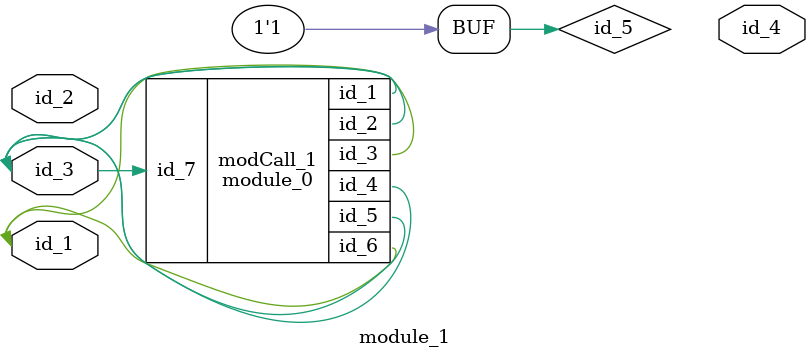
<source format=v>
module module_0 (
    id_1,
    id_2,
    id_3,
    id_4,
    id_5,
    id_6,
    id_7
);
  input wire id_7;
  inout wire id_6;
  output wire id_5;
  output wire id_4;
  inout wire id_3;
  inout wire id_2;
  output wire id_1;
  wire id_8;
  wire id_9;
  assign id_4 = (1);
  wire id_10;
endmodule
module module_1 (
    id_1,
    id_2,
    id_3,
    id_4
);
  output wire id_4;
  inout wire id_3;
  input wire id_2;
  inout wire id_1;
  module_0 modCall_1 (
      id_3,
      id_3,
      id_1,
      id_3,
      id_3,
      id_1,
      id_3
  );
  wire id_5 = 1;
  wire id_6;
endmodule

</source>
